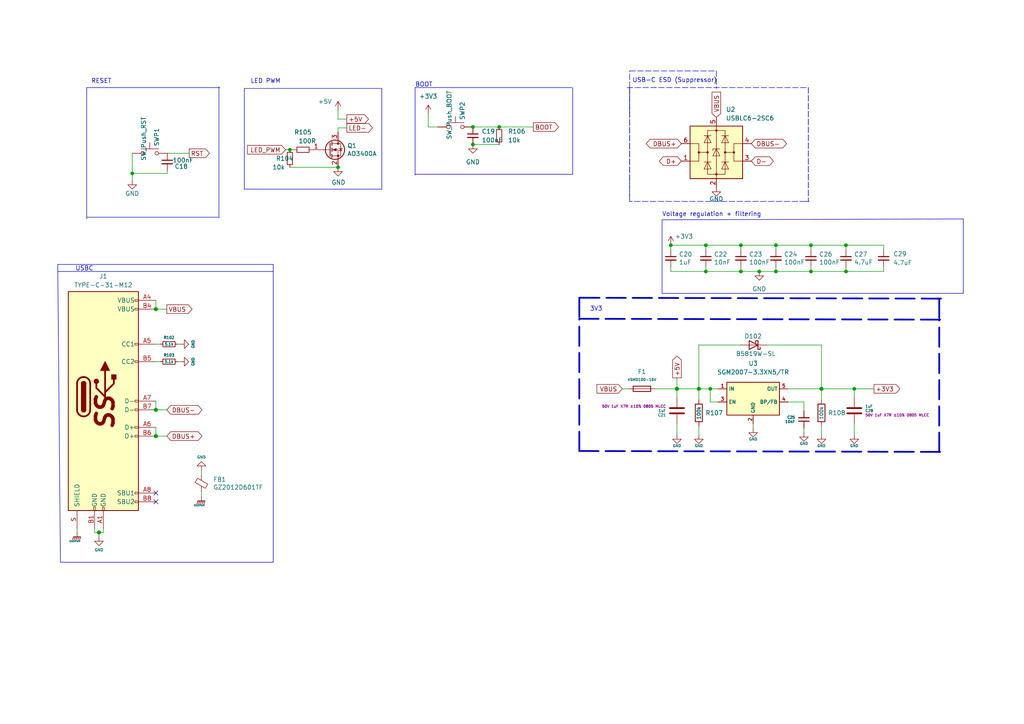
<source format=kicad_sch>
(kicad_sch (version 20211123) (generator eeschema)
  (paper "A4")
  (lib_symbols
    (symbol "Device:C" (pin_numbers hide) (pin_names (offset 0.254))
      (property "Reference" "C" (at 0.635 2.54 0))
      (property "Value" "C" (at 0.635 -2.54 0))
      (symbol "C_0_1"
        (polyline (pts (xy -2.032 -0.762) (xy 2.032 -0.762)) (stroke (width 0.508)))
        (polyline (pts (xy -2.032 0.762) (xy 2.032 0.762)) (stroke (width 0.508)))
      )
      (symbol "C_1_1"
        (pin passive line (at 0 3.81 270) (length 2.794) (name "~") (number "1"))
        (pin passive line (at 0 -3.81 90) (length 2.794) (name "~") (number "2"))
      )
    )
    (symbol "Device:C_Small" (pin_numbers hide) (pin_names (offset 0.254) hide)
      (property "Reference" "C" (at 0.254 1.778 0))
      (property "Value" "C_Small" (at 0.254 -2.032 0))
      (symbol "C_Small_0_1"
        (polyline (pts (xy -1.524 -0.508) (xy 1.524 -0.508)) (stroke (width 0.3302)))
        (polyline (pts (xy -1.524 0.508) (xy 1.524 0.508)) (stroke (width 0.3048)))
      )
      (symbol "C_Small_1_1"
        (pin passive line (at 0 2.54 270) (length 2.032) (name "~") (number "1"))
        (pin passive line (at 0 -2.54 90) (length 2.032) (name "~") (number "2"))
      )
    )
    (symbol "Device:D_Schottky" (pin_numbers hide) (pin_names hide)
      (property "Reference" "D" (at 0 2.54 0))
      (property "Value" "D_Schottky" (at 0 -2.54 0))
      (symbol "D_Schottky_0_1"
        (polyline (pts (xy 1.27 0) (xy -1.27 0)))
        (polyline (pts (xy 1.27 1.27) (xy 1.27 -1.27) (xy -1.27 0) (xy 1.27 1.27)) (stroke (width 0.254)))
        (polyline (pts (xy -1.905 0.635) (xy -1.905 1.27) (xy -1.27 1.27) (xy -1.27 -1.27) (xy -0.635 -1.27) (xy -0.635 -0.635)) (stroke (width 0.254)))
      )
      (symbol "D_Schottky_1_1"
        (pin passive line (at -3.81 0 0) (length 2.54) (name "K") (number "1"))
        (pin passive line (at 3.81 0 180) (length 2.54) (name "A") (number "2"))
      )
    )
    (symbol "Device:Ferrite_Bead_Small" (pin_numbers hide) (pin_names (offset 0))
      (property "Reference" "FB" (at 1.905 1.27 0))
      (property "Value" "Ferrite_Bead_Small" (at 1.905 -1.27 0))
      (symbol "Ferrite_Bead_Small_0_1"
        (polyline (pts (xy 0 -1.27) (xy 0 -0.7874)))
        (polyline (pts (xy 0 0.889) (xy 0 1.2954)))
        (polyline (pts (xy -1.8288 0.2794) (xy -1.1176 1.4986) (xy 1.8288 -0.2032) (xy 1.1176 -1.4224) (xy -1.8288 0.2794)))
      )
      (symbol "Ferrite_Bead_Small_1_1"
        (pin passive line (at 0 2.54 270) (length 1.27) (name "~") (number "1"))
        (pin passive line (at 0 -2.54 90) (length 1.27) (name "~") (number "2"))
      )
    )
    (symbol "Device:Fuse" (pin_numbers hide) (pin_names (offset 0))
      (property "Reference" "F" (at 2.032 0 90))
      (property "Value" "Fuse" (at -1.905 0 90))
      (symbol "Fuse_0_1"
        (rectangle (start -0.762 -2.54) (end 0.762 2.54) (stroke (width 0.254)))
        (polyline (pts (xy 0 2.54) (xy 0 -2.54)))
      )
      (symbol "Fuse_1_1"
        (pin passive line (at 0 3.81 270) (length 1.27) (name "~") (number "1"))
        (pin passive line (at 0 -3.81 90) (length 1.27) (name "~") (number "2"))
      )
    )
    (symbol "Device:Q_NMOS_GSD" (pin_names (offset 0) hide)
      (property "Reference" "Q" (at 5.08 1.27 0))
      (property "Value" "Q_NMOS_GSD" (at 5.08 -1.27 0))
      (symbol "Q_NMOS_GSD_0_1"
        (polyline (pts (xy 0.254 0) (xy -2.54 0)))
        (polyline (pts (xy 0.254 1.905) (xy 0.254 -1.905)) (stroke (width 0.254)))
        (polyline (pts (xy 0.762 -1.27) (xy 0.762 -2.286)) (stroke (width 0.254)))
        (polyline (pts (xy 0.762 0.508) (xy 0.762 -0.508)) (stroke (width 0.254)))
        (polyline (pts (xy 0.762 2.286) (xy 0.762 1.27)) (stroke (width 0.254)))
        (polyline (pts (xy 2.54 2.54) (xy 2.54 1.778)))
        (polyline (pts (xy 2.54 -2.54) (xy 2.54 0) (xy 0.762 0)))
        (polyline (pts (xy 0.762 -1.778) (xy 3.302 -1.778) (xy 3.302 1.778) (xy 0.762 1.778)))
        (polyline (pts (xy 1.016 0) (xy 2.032 0.381) (xy 2.032 -0.381) (xy 1.016 0)) (fill (type outline)))
        (polyline (pts (xy 2.794 0.508) (xy 2.921 0.381) (xy 3.683 0.381) (xy 3.81 0.254)))
        (polyline (pts (xy 3.302 0.381) (xy 2.921 -0.254) (xy 3.683 -0.254) (xy 3.302 0.381)))
        (circle (center 1.651 0) (radius 2.794) (stroke (width 0.254)))
        (circle (center 2.54 -1.778) (radius 0.254) (fill (type outline)))
        (circle (center 2.54 1.778) (radius 0.254) (fill (type outline)))
      )
      (symbol "Q_NMOS_GSD_1_1"
        (pin input line (at -5.08 0 0) (length 2.54) (name "G") (number "1"))
        (pin passive line (at 2.54 -5.08 90) (length 2.54) (name "S") (number "2"))
        (pin passive line (at 2.54 5.08 270) (length 2.54) (name "D") (number "3"))
      )
    )
    (symbol "Device:R" (pin_numbers hide) (pin_names (offset 0))
      (property "Reference" "R" (at 2.032 0 90))
      (property "Value" "R" (at 0 0 90))
      (symbol "R_0_1"
        (rectangle (start -1.016 -2.54) (end 1.016 2.54) (stroke (width 0.254)))
      )
      (symbol "R_1_1"
        (pin passive line (at 0 3.81 270) (length 1.27) (name "~") (number "1"))
        (pin passive line (at 0 -3.81 90) (length 1.27) (name "~") (number "2"))
      )
    )
    (symbol "Device:R_Small" (pin_numbers hide) (pin_names (offset 0.254) hide)
      (property "Reference" "R" (at 0.762 0.508 0))
      (property "Value" "R_Small" (at 0.762 -1.016 0))
      (symbol "R_Small_0_1"
        (rectangle (start -0.762 1.778) (end 0.762 -1.778) (stroke (width 0.2032)))
      )
      (symbol "R_Small_1_1"
        (pin passive line (at 0 2.54 270) (length 0.762) (name "~") (number "1"))
        (pin passive line (at 0 -2.54 90) (length 0.762) (name "~") (number "2"))
      )
    )
    (symbol "Power_Protection:USBLC6-2SC6" (pin_names hide)
      (property "Reference" "U" (at 2.54 8.89 0))
      (property "Value" "USBLC6-2SC6" (at 2.54 -8.89 0))
      (symbol "USBLC6-2SC6_0_1"
        (rectangle (start -7.62 -7.62) (end 7.62 7.62) (stroke (width 0.254)) (fill (type background)))
        (circle (center -5.08 0) (radius 0.254) (fill (type outline)))
        (circle (center -2.54 0) (radius 0.254) (fill (type outline)))
        (rectangle (start -2.54 6.35) (end 2.54 -6.35))
        (circle (center 0 -6.35) (radius 0.254) (fill (type outline)))
        (polyline (pts (xy -5.08 -2.54) (xy -7.62 -2.54)))
        (polyline (pts (xy -5.08 0) (xy -5.08 -2.54)))
        (polyline (pts (xy -5.08 2.54) (xy -7.62 2.54)))
        (polyline (pts (xy -1.524 -2.794) (xy -3.556 -2.794)))
        (polyline (pts (xy -1.524 4.826) (xy -3.556 4.826)))
        (polyline (pts (xy 0 -7.62) (xy 0 -6.35)))
        (polyline (pts (xy 0 -6.35) (xy 0 1.27)))
        (polyline (pts (xy 0 1.27) (xy 0 6.35)))
        (polyline (pts (xy 0 6.35) (xy 0 7.62)))
        (polyline (pts (xy 1.524 -2.794) (xy 3.556 -2.794)))
        (polyline (pts (xy 1.524 4.826) (xy 3.556 4.826)))
        (polyline (pts (xy 5.08 -2.54) (xy 7.62 -2.54)))
        (polyline (pts (xy 5.08 0) (xy 5.08 -2.54)))
        (polyline (pts (xy 5.08 2.54) (xy 7.62 2.54)))
        (polyline (pts (xy -2.54 0) (xy -5.08 0) (xy -5.08 2.54)))
        (polyline (pts (xy 2.54 0) (xy 5.08 0) (xy 5.08 2.54)))
        (polyline (pts (xy -3.556 -4.826) (xy -1.524 -4.826) (xy -2.54 -2.794) (xy -3.556 -4.826)))
        (polyline (pts (xy -3.556 2.794) (xy -1.524 2.794) (xy -2.54 4.826) (xy -3.556 2.794)))
        (polyline (pts (xy -1.016 -1.016) (xy 1.016 -1.016) (xy 0 1.016) (xy -1.016 -1.016)))
        (polyline (pts (xy 1.016 1.016) (xy 0.762 1.016) (xy -1.016 1.016) (xy -1.016 0.508)))
        (polyline (pts (xy 3.556 -4.826) (xy 1.524 -4.826) (xy 2.54 -2.794) (xy 3.556 -4.826)))
        (polyline (pts (xy 3.556 2.794) (xy 1.524 2.794) (xy 2.54 4.826) (xy 3.556 2.794)))
        (circle (center 0 6.35) (radius 0.254) (fill (type outline)))
        (circle (center 2.54 0) (radius 0.254) (fill (type outline)))
        (circle (center 5.08 0) (radius 0.254) (fill (type outline)))
      )
      (symbol "USBLC6-2SC6_1_1"
        (pin passive line (at -10.16 -2.54 0) (length 2.54) (name "I/O1") (number "1"))
        (pin passive line (at 0 -10.16 90) (length 2.54) (name "GND") (number "2"))
        (pin passive line (at 10.16 -2.54 180) (length 2.54) (name "I/O2") (number "3"))
        (pin passive line (at 10.16 2.54 180) (length 2.54) (name "I/O2") (number "4"))
        (pin passive line (at 0 10.16 270) (length 2.54) (name "VBUS") (number "5"))
        (pin passive line (at -10.16 2.54 0) (length 2.54) (name "I/O1") (number "6"))
      )
    )
    (symbol "Switch:SW_Push" (pin_numbers hide) (pin_names (offset 1.016) hide)
      (property "Reference" "SW" (at 1.27 2.54 0))
      (property "Value" "SW_Push" (at 0 -1.524 0))
      (symbol "SW_Push_0_1"
        (circle (center -2.032 0) (radius 0.508))
        (polyline (pts (xy 0 1.27) (xy 0 3.048)))
        (polyline (pts (xy 2.54 1.27) (xy -2.54 1.27)))
        (circle (center 2.032 0) (radius 0.508))
        (pin passive line (at -5.08 0 0) (length 2.54) (name "1") (number "1"))
        (pin passive line (at 5.08 0 180) (length 2.54) (name "2") (number "2"))
      )
    )
    (symbol "acheronSymbols:USB_C_16_pin" (pin_names (offset 1.016))
      (property "Reference" "J" (at -1.27 35.56 0))
      (property "Value" "USB_C_16_pin" (at 10.16 33.02 0))
      (symbol "USB_C_16_pin_0_0"
        (rectangle (start -0.254 -31.75) (end 0.254 -30.734))
        (rectangle (start 10.16 -28.956) (end 9.144 -29.464))
        (rectangle (start 10.16 -26.416) (end 9.144 -26.924))
        (rectangle (start 10.16 -9.906) (end 9.144 -10.414))
        (rectangle (start 10.16 -7.366) (end 9.144 -7.874))
        (rectangle (start 10.16 -2.286) (end 9.144 -2.794))
        (rectangle (start 10.16 0.254) (end 9.144 -0.254))
        (rectangle (start 10.16 11.684) (end 9.144 11.176))
        (rectangle (start 10.16 16.764) (end 9.144 16.256))
        (rectangle (start 10.16 29.464) (end 9.144 28.956))
        (text "SS" (at 0.508 -3.175 900) (effects (font (size 5.08 5.08) bold italic)))
      )
      (symbol "USB_C_16_pin_0_1"
        (rectangle (start -10.16 31.75) (end 10.16 -31.75) (stroke (width 0.254)) (fill (type background)))
        (arc (start -7.62 -2.54) (mid -5.715 -4.445) (end -3.81 -2.54) (stroke (width 0.508)))
        (arc (start -6.35 -2.54) (mid -5.715 -3.175) (end -5.08 -2.54) (stroke (width 0.254)))
        (arc (start -6.35 -2.54) (mid -5.715 -3.175) (end -5.08 -2.54) (stroke (width 0.254)) (fill (type outline)))
        (rectangle (start -6.35 -2.54) (end -5.08 5.08) (stroke (width 0.254)) (fill (type outline)))
        (arc (start -5.08 5.08) (mid -5.715 5.715) (end -6.35 5.08) (stroke (width 0.254)))
        (arc (start -5.08 5.08) (mid -5.715 5.715) (end -6.35 5.08) (stroke (width 0.254)) (fill (type outline)))
        (arc (start -3.81 5.08) (mid -5.715 6.985) (end -7.62 5.08) (stroke (width 0.508)))
        (circle (center -2.032 5.715) (radius 0.635) (stroke (width 0.254)) (fill (type outline)))
        (polyline (pts (xy -7.62 -2.54) (xy -7.62 5.08)) (stroke (width 0.508)))
        (polyline (pts (xy -3.81 5.08) (xy -3.81 -2.54)) (stroke (width 0.508)))
        (polyline (pts (xy 0.508 0) (xy 0.508 8.89)) (stroke (width 0.508)))
        (polyline (pts (xy 0.508 1.27) (xy -2.032 3.81) (xy -2.032 5.08)) (stroke (width 0.508)))
        (polyline (pts (xy 0.508 2.54) (xy 3.048 5.08) (xy 3.048 6.35)) (stroke (width 0.508)))
        (polyline (pts (xy -0.762 8.89) (xy 0.508 11.43) (xy 1.778 8.89) (xy -0.762 8.89)) (stroke (width 0.254)) (fill (type outline)))
        (rectangle (start 2.413 6.35) (end 3.683 7.62) (stroke (width 0.254)) (fill (type outline)))
      )
      (symbol "USB_C_16_pin_1_1"
        (rectangle (start -2.794 -31.75) (end -2.286 -30.734))
        (rectangle (start 10.16 26.924) (end 9.144 26.416))
        (pin power_out line (at 0 -36.83 90) (length 5.08) (name "GND") (number "A1"))
        (pin power_out line (at 15.24 29.21 180) (length 5.08) (name "VBUS") (number "A4"))
        (pin bidirectional line (at 15.24 16.51 180) (length 5.08) (name "CC1") (number "A5"))
        (pin bidirectional line (at 15.24 -7.62 180) (length 5.08) (name "D+") (number "A6"))
        (pin bidirectional line (at 15.24 0 180) (length 5.08) (name "D-") (number "A7"))
        (pin bidirectional line (at 15.24 -26.67 180) (length 5.08) (name "SBU1") (number "A8"))
        (pin power_out line (at -2.54 -36.83 90) (length 5.08) (name "GND") (number "B1"))
        (pin power_out line (at 15.24 26.67 180) (length 5.08) (name "VBUS") (number "B4"))
        (pin bidirectional line (at 15.24 11.43 180) (length 5.08) (name "CC2") (number "B5"))
        (pin bidirectional line (at 15.24 -10.16 180) (length 5.08) (name "D+") (number "B6"))
        (pin bidirectional line (at 15.24 -2.54 180) (length 5.08) (name "D-") (number "B7"))
        (pin bidirectional line (at 15.24 -29.21 180) (length 5.08) (name "SBU2") (number "B8"))
        (pin passive line (at -7.62 -36.83 90) (length 5.08) (name "SHIELD") (number "S"))
      )
    )
    (symbol "acheron_Symbols:SGM2036"
      (property "Reference" "U" (at 0 6.35 0))
      (property "Value" "SGM2036" (at 0 8.89 0))
      (symbol "SGM2036_0_1"
        (rectangle (start -7.62 4.445) (end 7.62 -5.08) (stroke (width 0.254)) (fill (type background)))
      )
      (symbol "SGM2036_1_1"
        (pin power_in line (at -10.16 2.54 0) (length 2.54) (name "IN") (number "1"))
        (pin power_in line (at 0 -7.62 90) (length 2.54) (name "GND") (number "2"))
        (pin input line (at -10.16 -1.27 0) (length 2.54) (name "EN") (number "3"))
        (pin passive line (at 10.16 -1.27 180) (length 2.54) (name "BP/FB") (number "4"))
        (pin power_out line (at 10.16 2.54 180) (length 2.54) (name "OUT") (number "5"))
      )
    )
    (symbol "power:+3.3V" (power) (pin_names (offset 0))
      (property "Value" "+3.3V" (at 0 3.556 0))
      (symbol "+3.3V_0_1"
        (polyline (pts (xy -0.762 1.27) (xy 0 2.54)))
        (polyline (pts (xy 0 0) (xy 0 2.54)))
        (polyline (pts (xy 0 2.54) (xy 0.762 1.27)))
      )
      (symbol "+3.3V_1_1"
        (pin power_in line (at 0 0 90) (length 0) hide (name "+3V3") (number "1"))
      )
    )
    (symbol "power:+5V" (power) (pin_names (offset 0))
      (property "Value" "+5V" (at 0 3.556 0))
      (symbol "+5V_0_1"
        (polyline (pts (xy -0.762 1.27) (xy 0 2.54)))
        (polyline (pts (xy 0 0) (xy 0 2.54)))
        (polyline (pts (xy 0 2.54) (xy 0.762 1.27)))
      )
      (symbol "+5V_1_1"
        (pin power_in line (at 0 0 90) (length 0) hide (name "+5V") (number "1"))
      )
    )
    (symbol "power:GND" (power) (pin_names (offset 0))
      (property "Value" "GND" (at 0 -3.81 0))
      (symbol "GND_0_1"
        (polyline (pts (xy 0 0) (xy 0 -1.27) (xy 1.27 -1.27) (xy 0 -2.54) (xy -1.27 -1.27) (xy 0 -1.27)))
      )
      (symbol "GND_1_1"
        (pin power_in line (at 0 0 270) (length 0) hide (name "GND") (number "1"))
      )
    )
    (symbol "power:GNDPWR" (power) (pin_names (offset 0))
      (property "Value" "GNDPWR" (at 0 -3.302 0))
      (symbol "GNDPWR_0_1"
        (polyline (pts (xy 0 -1.27) (xy 0 0)))
        (polyline (pts (xy -1.016 -1.27) (xy -1.27 -2.032) (xy -1.27 -2.032)) (stroke (width 0.2032)))
        (polyline (pts (xy -0.508 -1.27) (xy -0.762 -2.032) (xy -0.762 -2.032)) (stroke (width 0.2032)))
        (polyline (pts (xy 0 -1.27) (xy -0.254 -2.032) (xy -0.254 -2.032)) (stroke (width 0.2032)))
        (polyline (pts (xy 0.508 -1.27) (xy 0.254 -2.032) (xy 0.254 -2.032)) (stroke (width 0.2032)))
        (polyline (pts (xy 1.016 -1.27) (xy -1.016 -1.27) (xy -1.016 -1.27)) (stroke (width 0.2032)))
        (polyline (pts (xy 1.016 -1.27) (xy 0.762 -2.032) (xy 0.762 -2.032) (xy 0.762 -2.032)) (stroke (width 0.2032)))
      )
      (symbol "GNDPWR_1_1"
        (pin power_in line (at 0 0 270) (length 0) hide (name "GNDPWR") (number "1"))
      )
    )
  )
  (junction (at 235.204 78.74))
  (junction (at 204.724 71.12))
  (junction (at 137.16 41.91))
  (junction (at 235.204 71.12))
  (junction (at 214.884 71.12))
  (junction (at 196.342 112.776) (diameter 1.016))
  (junction (at 220.218 78.74))
  (junction (at 245.364 71.12))
  (junction (at 202.692 112.776) (diameter 1.016))
  (junction (at 45.212 126.492) (diameter 1.016))
  (junction (at 84.074 43.434))
  (junction (at 28.702 154.432) (diameter 1.016))
  (junction (at 137.16 36.83))
  (junction (at 238.252 112.776) (diameter 1.016))
  (junction (at 98.044 48.514))
  (junction (at 247.777 112.776))
  (junction (at 194.564 71.12))
  (junction (at 225.044 78.74))
  (junction (at 225.044 71.12))
  (junction (at 45.212 89.662) (diameter 1.016))
  (junction (at 38.354 50.292))
  (junction (at 245.364 78.74))
  (junction (at 204.724 78.74))
  (junction (at 45.212 118.872) (diameter 1.016))
  (junction (at 144.78 36.83))
  (junction (at 214.884 78.74))
  (junction (at 205.994 112.776))
  (no_connect (at 45.212 145.542))
  (no_connect (at 45.212 143.002))
  (wire (pts (xy 202.692 112.776) (xy 196.342 112.776)))
  (polyline (pts (xy 17.526 163.068) (xy 16.764 78.74)) (stroke (width 0) (type solid)))
  (wire (pts (xy 205.994 112.776) (xy 205.994 116.586)))
  (wire (pts (xy 38.354 50.292) (xy 48.514 50.292)))
  (wire (pts (xy 137.16 36.83) (xy 144.78 36.83)))
  (polyline (pts (xy 168.021 130.81) (xy 272.923 131.064)) (stroke (width 0.508) (type dash)))
  (wire (pts (xy 58.42 136.398) (xy 58.42 137.668)))
  (polyline (pts (xy 192.024 85.09) (xy 279.4 85.09)) (stroke (width 0) (type solid)))
  (wire (pts (xy 204.724 78.74) (xy 214.884 78.74)))
  (wire (pts (xy 235.204 71.12) (xy 245.364 71.12)))
  (polyline (pts (xy 181.864 25.4) (xy 234.442 25.4)))
  (polyline (pts (xy 166.116 50.546) (xy 166.116 50.546)))
  (wire (pts (xy 233.172 116.586) (xy 233.172 119.126)))
  (wire (pts (xy 98.044 37.084) (xy 100.584 37.084)))
  (wire (pts (xy 204.724 72.39) (xy 204.724 71.12)))
  (wire (pts (xy 204.724 78.74) (xy 204.724 77.47)))
  (wire (pts (xy 247.777 112.776) (xy 253.492 112.776)))
  (wire (pts (xy 225.044 78.74) (xy 235.204 78.74)))
  (wire (pts (xy 218.44 122.936) (xy 218.44 124.206)))
  (wire (pts (xy 22.352 153.162) (xy 22.352 154.432)))
  (polyline (pts (xy 79.248 78.74) (xy 16.764 78.74)) (stroke (width 0) (type solid)))
  (polyline (pts (xy 168.021 92.456) (xy 272.923 92.71)) (stroke (width 0.508) (type dash)))
  (polyline (pts (xy 233.68 58.42) (xy 182.626 58.42)))
  (polyline (pts (xy 110.744 54.864) (xy 70.866 54.864)) (stroke (width 0) (type solid)))
  (polyline (pts (xy 120.396 25.4) (xy 120.396 50.8)) (stroke (width 0) (type solid)))
  (polyline (pts (xy 168.021 130.81) (xy 168.021 92.456)) (stroke (width 0.508) (type dash)))
  (wire (pts (xy 228.6 116.586) (xy 233.172 116.586)))
  (polyline (pts (xy 272.415 131.064) (xy 272.415 92.71)) (stroke (width 0.508) (type dash)))
  (wire (pts (xy 202.692 126.111) (xy 202.692 123.571)))
  (polyline (pts (xy 25.146 25.4) (xy 25.146 63.5)) (stroke (width 0) (type solid)))
  (wire (pts (xy 214.884 78.74) (xy 220.218 78.74)))
  (wire (pts (xy 202.692 115.951) (xy 202.692 112.776)))
  (polyline (pts (xy 234.442 25.4) (xy 234.442 58.42)))
  (wire (pts (xy 51.562 99.822) (xy 52.197 99.822)))
  (wire (pts (xy 238.252 100.076) (xy 238.252 112.776)))
  (wire (pts (xy 84.074 48.514) (xy 98.044 48.514)))
  (polyline (pts (xy 207.772 20.574) (xy 207.772 25.654)))
  (polyline (pts (xy 79.248 163.068) (xy 79.248 76.708)) (stroke (width 0) (type solid)))
  (wire (pts (xy 45.212 123.952) (xy 45.212 126.492)))
  (polyline (pts (xy 25.146 62.992) (xy 63.246 62.992)) (stroke (width 0) (type solid)))
  (wire (pts (xy 225.044 72.39) (xy 225.044 71.12)))
  (wire (pts (xy 245.364 78.74) (xy 245.364 77.47)))
  (wire (pts (xy 194.564 78.74) (xy 204.724 78.74)))
  (wire (pts (xy 214.884 78.74) (xy 214.884 77.47)))
  (wire (pts (xy 98.044 32.004) (xy 98.044 34.544)))
  (wire (pts (xy 98.044 37.084) (xy 98.044 38.354)))
  (wire (pts (xy 228.6 112.776) (xy 238.252 112.776)))
  (polyline (pts (xy 70.866 25.654) (xy 110.744 25.654)) (stroke (width 0) (type solid)))
  (wire (pts (xy 124.206 36.83) (xy 127 36.83)))
  (wire (pts (xy 29.972 154.432) (xy 29.972 153.162)))
  (polyline (pts (xy 182.626 25.4) (xy 182.626 51.562)))
  (wire (pts (xy 256.286 78.74) (xy 245.364 78.74)))
  (polyline (pts (xy 79.248 163.068) (xy 17.526 163.068)) (stroke (width 0) (type solid)))
  (wire (pts (xy 202.692 100.076) (xy 202.692 112.776)))
  (polyline (pts (xy 233.68 58.42) (xy 234.696 58.42)))
  (wire (pts (xy 256.286 72.39) (xy 256.286 71.12)))
  (wire (pts (xy 235.204 78.74) (xy 245.364 78.74)))
  (wire (pts (xy 205.994 112.776) (xy 208.28 112.776)))
  (polyline (pts (xy 16.764 76.708) (xy 16.764 78.74)) (stroke (width 0) (type solid)))
  (wire (pts (xy 202.692 112.776) (xy 205.994 112.776)))
  (polyline (pts (xy 182.626 51.562) (xy 182.626 58.42)))
  (wire (pts (xy 235.204 72.39) (xy 235.204 71.12)))
  (wire (pts (xy 28.702 154.432) (xy 29.972 154.432)))
  (wire (pts (xy 144.78 36.83) (xy 154.686 36.83)))
  (wire (pts (xy 194.564 77.47) (xy 194.564 78.74)))
  (polyline (pts (xy 182.626 32.766) (xy 182.626 25.4)))
  (wire (pts (xy 45.212 87.122) (xy 45.212 89.662)))
  (wire (pts (xy 84.074 43.434) (xy 85.344 43.434)))
  (polyline (pts (xy 182.626 20.574) (xy 207.772 20.574)))
  (wire (pts (xy 28.702 154.432) (xy 28.702 155.702)))
  (polyline (pts (xy 70.866 25.654) (xy 70.866 54.864)) (stroke (width 0) (type solid)))
  (polyline (pts (xy 165.862 25.4) (xy 120.396 25.4)) (stroke (width 0) (type solid)))
  (polyline (pts (xy 168.275 86.36) (xy 273.177 86.614)) (stroke (width 0.508) (type dash)))
  (polyline (pts (xy 192.024 63.754) (xy 279.4 63.5)) (stroke (width 0) (type solid)))
  (wire (pts (xy 225.044 71.12) (xy 235.204 71.12)))
  (wire (pts (xy 189.992 112.776) (xy 196.342 112.776)))
  (wire (pts (xy 48.514 50.292) (xy 48.514 49.53)))
  (polyline (pts (xy 166.116 25.4) (xy 166.116 50.546)) (stroke (width 0) (type solid)))
  (polyline (pts (xy 234.442 25.4) (xy 234.442 58.42)))
  (wire (pts (xy 247.777 112.776) (xy 247.777 115.316)))
  (polyline (pts (xy 79.248 76.708) (xy 16.764 76.708)) (stroke (width 0) (type solid)))
  (wire (pts (xy 82.804 43.434) (xy 84.074 43.434)))
  (wire (pts (xy 256.286 71.12) (xy 245.364 71.12)))
  (wire (pts (xy 238.252 112.776) (xy 247.777 112.776)))
  (wire (pts (xy 238.252 126.111) (xy 238.252 123.571)))
  (wire (pts (xy 45.212 99.822) (xy 46.482 99.822)))
  (wire (pts (xy 98.044 34.544) (xy 100.584 34.544)))
  (polyline (pts (xy 279.4 63.5) (xy 279.4 85.09)) (stroke (width 0) (type solid)))
  (polyline (pts (xy 192.024 85.09) (xy 192.024 63.754)) (stroke (width 0) (type solid)))
  (wire (pts (xy 233.172 124.206) (xy 233.172 125.476)))
  (polyline (pts (xy 272.415 86.614) (xy 272.415 93.218)) (stroke (width 0.508) (type dash)))
  (wire (pts (xy 48.387 89.662) (xy 45.212 89.662)))
  (wire (pts (xy 38.354 50.292) (xy 38.354 52.324)))
  (polyline (pts (xy 182.626 25.654) (xy 182.626 58.42)))
  (polyline (pts (xy 110.744 54.864) (xy 110.744 25.654)) (stroke (width 0) (type solid)))
  (wire (pts (xy 124.206 33.02) (xy 124.206 36.83)))
  (wire (pts (xy 214.884 71.12) (xy 225.044 71.12)))
  (wire (pts (xy 256.286 77.47) (xy 256.286 78.74)))
  (wire (pts (xy 214.884 72.39) (xy 214.884 71.12)))
  (polyline (pts (xy 63.754 25.4) (xy 25.146 25.4)) (stroke (width 0) (type solid)))
  (wire (pts (xy 54.864 44.45) (xy 48.514 44.45)))
  (wire (pts (xy 45.212 118.872) (xy 48.387 118.872)))
  (polyline (pts (xy 168.021 86.36) (xy 168.021 92.964)) (stroke (width 0.508) (type dash)))
  (wire (pts (xy 196.342 112.776) (xy 196.342 115.316)))
  (wire (pts (xy 38.354 44.45) (xy 38.354 50.292)))
  (wire (pts (xy 214.757 100.076) (xy 202.692 100.076)))
  (wire (pts (xy 51.562 104.902) (xy 52.197 104.902)))
  (wire (pts (xy 137.16 41.91) (xy 144.78 41.91)))
  (wire (pts (xy 204.724 71.12) (xy 214.884 71.12)))
  (wire (pts (xy 247.777 122.936) (xy 247.777 126.111)))
  (wire (pts (xy 196.342 109.601) (xy 196.342 112.776)))
  (wire (pts (xy 180.467 112.776) (xy 182.372 112.776)))
  (wire (pts (xy 27.432 154.432) (xy 28.702 154.432)))
  (wire (pts (xy 58.42 142.748) (xy 58.42 144.018)))
  (wire (pts (xy 220.218 78.74) (xy 225.044 78.74)))
  (wire (pts (xy 235.204 78.74) (xy 235.204 77.47)))
  (polyline (pts (xy 182.626 25.4) (xy 182.626 20.574)))
  (wire (pts (xy 245.364 72.39) (xy 245.364 71.12)))
  (wire (pts (xy 45.212 104.902) (xy 46.482 104.902)))
  (wire (pts (xy 45.212 116.332) (xy 45.212 118.872)))
  (wire (pts (xy 208.28 116.586) (xy 205.994 116.586)))
  (wire (pts (xy 238.252 112.776) (xy 238.252 115.951)))
  (polyline (pts (xy 63.5 25.146) (xy 63.5 63.246)) (stroke (width 0) (type solid)))
  (wire (pts (xy 222.377 100.076) (xy 238.252 100.076)))
  (wire (pts (xy 27.432 153.162) (xy 27.432 154.432)))
  (polyline (pts (xy 166.116 50.546) (xy 120.396 50.546)) (stroke (width 0) (type solid)))
  (wire (pts (xy 194.564 71.12) (xy 204.724 71.12)))
  (wire (pts (xy 194.564 72.39) (xy 194.564 71.12)))
  (wire (pts (xy 225.044 78.74) (xy 225.044 77.47)))
  (wire (pts (xy 196.342 122.936) (xy 196.342 126.111)))
  (wire (pts (xy 45.212 126.492) (xy 48.387 126.492)))
  (text "Voltage regulation + filtering" (at 192.024 62.992 0) (effects (font (size 1.27 1.27)) (justify left bottom)))
  (text "BOOT\n" (at 120.396 25.4 0) (effects (font (size 1.27 1.27)) (justify left bottom)))
  (text "LED PWM" (at 72.644 24.384 0) (effects (font (size 1.27 1.27)) (justify left bottom)))
  (text "USBC\n" (at 21.844 78.74 0) (effects (font (size 1.27 1.27)) (justify left bottom)))
  (text "RESET" (at 26.416 24.384 0) (effects (font (size 1.27 1.27)) (justify left bottom)))
  (text "3V3\n" (at 171.069 90.424 0) (effects (font (size 1.27 1.27)) (justify left bottom)))
  (text "USB-C ESD (Suppressor)\n\n" (at 183.388 26.162 0) (effects (font (size 1.27 1.27)) (justify left bottom)))
  (global_label "DBUS+" (shape bidirectional) (at 48.387 126.492 0) (property "Intersheet References" "${INTERSHEET_REFS}" (effects hide)))
  (global_label "VBUS" (shape input) (at 180.467 112.776 180) (property "Intersheet References" "${INTERSHEET_REFS}" (effects hide)))
  (global_label "+3V3" (shape output) (at 253.492 112.776 0) (property "Intersheet References" "${INTERSHEET_REFS}" (effects hide)))
  (global_label "+5V" (shape output) (at 100.584 34.544 0) (property "Intersheet References" "${INTERSHEET_REFS}" (effects hide)))
  (global_label "BOOT" (shape output) (at 154.686 36.83 0) (property "Intersheet References" "${INTERSHEET_REFS}" (effects hide)))
  (global_label "DBUS-" (shape bidirectional) (at 217.932 41.656 0) (property "Intersheet References" "${INTERSHEET_REFS}" (effects hide)))
  (global_label "D-" (shape bidirectional) (at 217.932 46.736 0) (property "Intersheet References" "${INTERSHEET_REFS}" (effects hide)))
  (global_label "DBUS-" (shape bidirectional) (at 48.387 118.872 0) (property "Intersheet References" "${INTERSHEET_REFS}" (effects hide)))
  (global_label "LED-" (shape output) (at 100.584 37.084 0) (property "Intersheet References" "${INTERSHEET_REFS}" (effects hide)))
  (global_label "VBUS" (shape output) (at 48.387 89.662 0) (property "Intersheet References" "${INTERSHEET_REFS}" (effects hide)))
  (global_label "+5V" (shape output) (at 196.342 109.601 90) (property "Intersheet References" "${INTERSHEET_REFS}" (effects hide)))
  (global_label "LED_PWM" (shape input) (at 82.804 43.434 180) (property "Intersheet References" "${INTERSHEET_REFS}" (effects hide)))
  (global_label "D+" (shape bidirectional) (at 197.612 46.736 180) (property "Intersheet References" "${INTERSHEET_REFS}" (effects hide)))
  (global_label "VBUS" (shape input) (at 207.772 34.036 90) (property "Intersheet References" "${INTERSHEET_REFS}" (effects hide)))
  (global_label "DBUS+" (shape bidirectional) (at 197.612 41.656 180) (property "Intersheet References" "${INTERSHEET_REFS}" (effects hide)))
  (global_label "RST" (shape output) (at 54.864 44.45 0) (property "Intersheet References" "${INTERSHEET_REFS}" (effects hide)))
  (symbol (lib_id "Device:C_Small") (at 235.204 74.93 0) (unit 1)
    (property "Reference" "C26" (at 237.5408 73.7616 0) (effects (justify left)))
    (property "Value" "100nF" (at 237.5408 76.073 0) (effects (justify left)))
    (property "Footprint" "Capacitor_SMD:C_0402_1005Metric" (effects hide))
    (property "LCSC" "C1525" (effects hide))
    (property "LCSC Part" "C1525" (effects hide))
    (property "LCSC Part Number" "C1525" (effects hide))
    (property "JLCPCB BOM" "1" (effects hide))
  )
  (symbol (lib_id "Device:R_Small") (at 49.022 104.902 90) (mirror x) (unit 1)
    (property "Reference" "R103" (at 49.022 102.997 90) (effects (font (size 0.7874 0.7874))))
    (property "Value" "5.1k" (at 49.022 104.902 90) (effects (font (size 0.7874 0.7874))))
    (property "Footprint" "Resistor_SMD:R_0402_1005Metric" (effects hide))
    (property "Package" "R0402" (effects hide))
    (property "Manufacturer" "Uniroyal" (effects hide))
    (property "Manufacturer Part Number" "0402WGF5101TCE" (effects hide))
    (property "Specification" "±1% 1/16W Thick Film Resistors 50V 0805" (effects hide))
    (property "Vendor Part Number" "LCSC C25905" (effects hide))
    (property "LCSC" "C25905" (effects hide))
    (property "LCSC Part" "C25905" (effects hide))
    (property "LCSC Part Number" "C25905" (effects hide))
    (property "JLCPCB BOM" "1" (effects hide))
  )
  (symbol (lib_id "Device:C_Small") (at 256.286 74.93 0) (unit 1)
    (property "Reference" "C29" (at 259.08 73.6662 0) (effects (justify left)))
    (property "Value" "4.7uF" (at 259.08 76.2062 0) (effects (justify left)))
    (property "Footprint" "Capacitor_SMD:C_0402_1005Metric" (effects hide))
  )
  (symbol (lib_id "power:+3.3V") (at 194.564 71.12 0) (unit 1)
    (property "Reference" "#PWR047" (effects hide))
    (property "Value" "+3.3V" (at 198.374 68.58 0))
  )
  (symbol (lib_id "power:GNDPWR") (at 58.42 144.018 0) (unit 1)
    (property "Reference" "#PWR042" (effects hide))
    (property "Value" "GNDPWR" (at 57.785 146.558 0) (effects (font (size 0.508 0.508))))
  )
  (symbol (lib_id "Device:C") (at 196.342 119.126 0) (unit 1)
    (property "Reference" "C21" (at 193.167 120.396 0) (effects (font (size 0.762 0.762)) (justify right)))
    (property "Value" "1uF" (at 193.167 119.126 0) (effects (font (size 0.762 0.762)) (justify right)))
    (property "Footprint" "Capacitor_SMD:C_0805_2012Metric" (effects hide))
    (property "Package" "C0805" (effects hide))
    (property "Specification" "50V 1uF X7R ±10% 0805 MLCC" (at 193.167 117.856 0) (effects (font (size 0.762 0.762)) (justify right)))
    (property "Manufacturer" "Guangdong Fenghua Advanced Tech" (effects hide))
    (property "Manufacturer Part Number" "0805B105K500NT" (effects hide))
    (property "Vendor Part Number" "LCSC C215803" (effects hide))
    (property "LCSC" "C52923" (effects hide))
    (property "LCSC Part" "C215803" (effects hide))
    (property "LCSC Part Number" "C215803" (effects hide))
    (property "JLCPCB BOM" "1" (effects hide))
  )
  (symbol (lib_id "power:+3.3V") (at 124.206 33.02 0) (unit 1)
    (property "Reference" "#PWR045" (effects hide))
    (property "Value" "+3.3V" (at 124.206 27.94 0))
  )
  (symbol (lib_id "power:GND") (at 238.252 126.111 0) (unit 1)
    (property "Reference" "#PWR054" (effects hide))
    (property "Value" "GND" (at 238.252 129.286 0) (effects (font (size 0.762 0.762))))
  )
  (symbol (lib_id "power:GND") (at 28.702 155.702 0) (unit 1)
    (property "Reference" "#PWR037" (effects hide))
    (property "Value" "GND" (at 28.702 159.512 0) (effects (font (size 0.7874 0.7874))))
  )
  (symbol (lib_id "acheronSymbols:USB_C_16_pin") (at 29.972 116.332 0) (unit 1)
    (property "Reference" "J1" (at 29.972 80.137 0))
    (property "Value" "TYPE-C-31-M12" (at 29.972 82.677 0))
    (property "Footprint" "acheron_Connectors:TYPE-C-31-M-12" (effects hide))
    (property "Datasheet" "https://www.usb.org/sites/default/files/documents/usb_type-c.zip" (effects hide))
    (property "LCSC Part Number" "C165948" (effects hide))
    (property "Manufacturer" "Korean Hroparts" (effects hide))
    (property "Manufacturer Part Number" "TYPE-C-31-M-12" (effects hide))
    (property "Package" "8.94x7.3mm" (effects hide))
    (property "Vendor Part Number" "LCSC C165948" (effects hide))
    (property "Specification" "16-pin USB 2.0 type C connector" (effects hide))
    (property "LCSC" "C165948" (effects hide))
    (property "LCSC Part" "C165948" (effects hide))
    (property "JLCPCB BOM" "1" (effects hide))
  )
  (symbol (lib_id "Device:D_Schottky") (at 218.567 100.076 180) (unit 1)
    (property "Reference" "D102" (at 218.44 97.536 0))
    (property "Value" "B5819W-SL" (at 219.202 102.616 0))
    (property "Footprint" "acheron_Components:D_SOD-123" (effects hide))
    (property "Package" "SOD-123" (effects hide))
    (property "Manufacturer" "Changjiang Electronics Tech" (effects hide))
    (property "Manufacturer Part Number" "B5819W-SL" (effects hide))
    (property "Specification" "1A SOD-123 Schottky Barrier Diodes" (effects hide))
    (property "Vendor Part Number" "LCSC C8598" (effects hide))
    (property "LCSC" "C8598" (effects hide))
    (property "LCSC Part" "C8598" (effects hide))
    (property "LCSC Part Number" "C8598" (effects hide))
    (property "JLCPCB BOM" "1" (effects hide))
  )
  (symbol (lib_id "power:GND") (at 247.777 126.111 0) (unit 1)
    (property "Reference" "#PWR055" (effects hide))
    (property "Value" "GND" (at 247.777 129.286 0) (effects (font (size 0.762 0.762))))
  )
  (symbol (lib_id "power:GND") (at 220.218 78.74 0) (unit 1)
    (property "Reference" "#PWR052" (effects hide))
    (property "Value" "GND" (at 220.218 83.82 0))
  )
  (symbol (lib_id "power:GND") (at 98.044 48.514 0) (unit 1)
    (property "Reference" "#PWR044" (effects hide))
    (property "Value" "GND" (at 98.171 52.9082 0))
  )
  (symbol (lib_id "power:GND") (at 137.16 41.91 0) (unit 1)
    (property "Reference" "#PWR046" (effects hide))
    (property "Value" "GND" (at 137.16 46.99 0))
  )
  (symbol (lib_id "Device:C_Small") (at 245.364 74.93 0) (unit 1)
    (property "Reference" "C27" (at 247.7008 73.7616 0) (effects (justify left)))
    (property "Value" "4.7uF" (at 247.7008 76.073 0) (effects (justify left)))
    (property "Footprint" "Capacitor_SMD:C_0402_1005Metric" (effects hide))
    (property "LCSC" "C23733" (effects hide))
    (property "LCSC Part" "C23733" (effects hide))
    (property "LCSC Part Number" "C23733" (effects hide))
    (property "JLCPCB BOM" "1" (effects hide))
  )
  (symbol (lib_id "Device:R_Small") (at 87.884 43.434 90) (mirror x) (unit 1)
    (property "Reference" "R105" (at 90.424 38.354 90) (effects (justify left)))
    (property "Value" "100R" (at 91.694 40.894 90) (effects (justify left)))
    (property "Footprint" "Resistor_SMD:R_0402_1005Metric" (effects hide))
    (property "LCSC" "C25076" (effects hide))
    (property "LCSC Part" "C25076" (effects hide))
    (property "LCSC Part Number" "C25076" (effects hide))
    (property "JLCPCB BOM" "1" (effects hide))
  )
  (symbol (lib_id "Device:C_Small") (at 137.16 39.37 0) (unit 1)
    (property "Reference" "C19" (at 139.7 38.1062 0) (effects (justify left)))
    (property "Value" "100nF" (at 139.7 40.6462 0) (effects (justify left)))
    (property "Footprint" "Capacitor_SMD:C_0402_1005Metric" (effects hide))
    (property "LCSC" "C1525" (effects hide))
    (property "LCSC Part" "C1525" (effects hide))
    (property "LCSC Part Number" "C1525" (effects hide))
    (property "JLCPCB BOM" "1" (effects hide))
  )
  (symbol (lib_id "Device:R_Small") (at 84.074 45.974 0) (unit 1)
    (property "Reference" "R104" (at 80.01 45.974 0) (effects (justify left)))
    (property "Value" "10k" (at 78.994 48.514 0) (effects (justify left)))
    (property "Footprint" "Resistor_SMD:R_0402_1005Metric" (effects hide))
    (property "LCSC" "C269701" (effects hide))
    (property "LCSC Part" "C269701" (effects hide))
    (property "LCSC Part Number" "C269701" (effects hide))
    (property "JLCPCB BOM" "1" (effects hide))
  )
  (symbol (lib_id "power:GNDPWR") (at 22.352 154.432 0) (unit 1)
    (property "Reference" "#PWR036" (effects hide))
    (property "Value" "GNDPWR" (at 21.717 156.972 0) (effects (font (size 0.508 0.508))))
  )
  (symbol (lib_id "Device:R_Small") (at 49.022 99.822 270) (unit 1)
    (property "Reference" "R102" (at 49.022 97.917 90) (effects (font (size 0.7874 0.7874))))
    (property "Value" "5.1k" (at 49.022 99.822 90) (effects (font (size 0.7874 0.7874))))
    (property "Footprint" "Resistor_SMD:R_0402_1005Metric" (effects hide))
    (property "Package" "R0402" (effects hide))
    (property "Manufacturer" "Uniroyal" (effects hide))
    (property "Manufacturer Part Number" "0402WGF5101TCE" (effects hide))
    (property "Specification" "±1% 1/16W Thick Film Resistors 50V 0805" (effects hide))
    (property "Vendor Part Number" "LCSC C25905" (effects hide))
    (property "LCSC" "C25905" (effects hide))
    (property "LCSC Part" "C25905" (effects hide))
    (property "LCSC Part Number" "C25905" (effects hide))
    (property "JLCPCB BOM" "1" (effects hide))
  )
  (symbol (lib_id "Device:R_Small") (at 144.78 39.37 0) (unit 1)
    (property "Reference" "R106" (at 147.32 38.0999 0) (effects (justify left)))
    (property "Value" "10k" (at 147.32 40.6399 0) (effects (justify left)))
    (property "Footprint" "Resistor_SMD:R_0402_1005Metric" (effects hide))
    (property "LCSC" "C269701" (effects hide))
    (property "LCSC Part" "C269701" (effects hide))
    (property "LCSC Part Number" "C269701" (effects hide))
    (property "JLCPCB BOM" "1" (effects hide))
  )
  (symbol (lib_id "power:GND") (at 58.42 136.398 180) (unit 1)
    (property "Reference" "#PWR041" (effects hide))
    (property "Value" "GND" (at 58.42 132.588 0) (effects (font (size 0.7874 0.7874))))
  )
  (symbol (lib_id "power:GND") (at 52.197 99.822 90) (unit 1)
    (property "Reference" "#PWR039" (effects hide))
    (property "Value" "GND" (at 56.007 99.822 0) (effects (font (size 0.7874 0.7874))))
  )
  (symbol (lib_id "power:GND") (at 202.692 126.111 0) (unit 1)
    (property "Reference" "#PWR049" (effects hide))
    (property "Value" "GND" (at 202.692 129.286 0) (effects (font (size 0.762 0.762))))
  )
  (symbol (lib_id "Device:C_Small") (at 233.172 121.666 0) (mirror x) (unit 1)
    (property "Reference" "C25" (at 230.632 121.031 0) (effects (font (size 0.762 0.762)) (justify right)))
    (property "Value" "10nF" (at 230.632 122.301 0) (effects (font (size 0.762 0.762)) (justify right)))
    (property "Footprint" "Capacitor_SMD:C_0402_1005Metric" (effects hide))
    (property "Package" "C0402" (effects hide))
    (property "Specification" "50V 10nF X7R ±10% 0402 MLCC" (effects hide))
    (property "Manufacturer" "Samsung" (effects hide))
    (property "Manufacturer Part Number" "CL05B103KB5NNNC" (effects hide))
    (property "Vendor Part Number" "LCSC C15195" (effects hide))
    (property "LCSC" "C15195" (effects hide))
    (property "LCSC Part" "C15195" (effects hide))
    (property "LCSC Part Number" "C15195" (effects hide))
    (property "JLCPCB BOM" "1" (effects hide))
  )
  (symbol (lib_id "Device:Q_NMOS_GSD") (at 95.504 43.434 0) (unit 1)
    (property "Reference" "Q1" (at 100.711 42.2656 0) (effects (justify left)))
    (property "Value" "AO3400A" (at 100.711 44.577 0) (effects (justify left)))
    (property "Footprint" "Package_TO_SOT_SMD:SOT-23" (effects hide))
    (property "Datasheet" "https://datasheet.lcsc.com/szlcsc/Alpha-Omega-Semicon-AOS-AO3400A_C20917.pdf" (effects hide))
    (property "LCSC" "C347475" (effects hide))
    (property "LCSC Part" "C347475" (effects hide))
    (property "LCSC Part Number" "C347475" (effects hide))
    (property "JLCPCB BOM" "1" (effects hide))
  )
  (symbol (lib_id "power:GND") (at 38.354 52.324 0) (unit 1)
    (property "Reference" "#PWR038" (effects hide))
    (property "Value" "GND" (at 40.386 56.134 0) (effects (justify right)))
  )
  (symbol (lib_id "power:GND") (at 207.772 54.356 0) (unit 1)
    (property "Reference" "#PWR050" (effects hide))
    (property "Value" "GND" (at 207.772 57.7088 0))
  )
  (symbol (lib_id "Device:C_Small") (at 48.514 46.99 0) (unit 1)
    (property "Reference" "C18" (at 52.578 48.26 0))
    (property "Value" "100nF" (at 53.086 46.482 0))
    (property "Footprint" "Capacitor_SMD:C_0402_1005Metric_Pad0.74x0.62mm_HandSolder" (effects hide))
    (property "LCSC" "C1525" (effects hide))
    (property "LCSC Part" "C1525" (effects hide))
    (property "LCSC Part Number" "C1525" (effects hide))
    (property "JLCPCB BOM" "1" (effects hide))
  )
  (symbol (lib_id "power:GND") (at 218.44 124.206 0) (unit 1)
    (property "Reference" "#PWR051" (effects hide))
    (property "Value" "GND" (at 218.44 127.381 0) (effects (font (size 0.762 0.762))))
  )
  (symbol (lib_id "Switch:SW_Push") (at 43.434 44.45 0) (unit 1)
    (property "Reference" "SWP1" (at 45.466 37.084 90) (effects (justify right)))
    (property "Value" "SW_Push_RST" (at 41.656 33.782 90) (effects (justify right)))
    (property "Footprint" "Button_Switch_SMD:SW_SPST_SKQG_WithStem" (effects hide))
    (property "LCSC" "C318886" (effects hide))
    (property "LCSC Part" "C318886" (effects hide))
    (property "LCSC Part Number" "C318886" (effects hide))
    (property "JLCPCB BOM" "1" (effects hide))
  )
  (symbol (lib_id "Device:R") (at 202.692 119.761 0) (unit 1)
    (property "Reference" "R107" (at 204.597 119.761 0) (effects (justify left)))
    (property "Value" "100k" (at 202.692 119.761 90) (effects (font (size 1.016 1.016))))
    (property "Footprint" "Resistor_SMD:R_0402_1005Metric" (effects hide))
    (property "Package" "R0805" (effects hide))
    (property "Manufacturer" "Uniroyal" (effects hide))
    (property "Manufacturer Part Number" "0805W8F1003T5E" (effects hide))
    (property "Vendor Part Number" "LCSC C149504" (effects hide))
    (property "Specification" "±1% 125mW Thick Film R0805 Resistors " (effects hide))
    (property "LCSC" "C149504" (effects hide))
    (property "LCSC Part" "C149504" (effects hide))
    (property "LCSC Part Number" "C149504" (effects hide))
    (property "JLCPCB BOM" "1" (effects hide))
  )
  (symbol (lib_id "power:GND") (at 196.342 126.111 0) (unit 1)
    (property "Reference" "#PWR048" (effects hide))
    (property "Value" "GND" (at 196.342 129.286 0) (effects (font (size 0.762 0.762))))
  )
  (symbol (lib_id "power:GND") (at 233.172 125.476 0) (unit 1)
    (property "Reference" "#PWR053" (effects hide))
    (property "Value" "GND" (at 233.172 128.651 0) (effects (font (size 0.762 0.762))))
  )
  (symbol (lib_id "Device:Ferrite_Bead_Small") (at 58.42 140.208 0) (unit 1)
    (property "Reference" "FB1" (at 61.8236 139.065 0) (effects (justify left)))
    (property "Value" "GZ2012D601TF" (at 61.8236 141.351 0) (effects (justify left)))
    (property "Footprint" "Inductor_SMD:L_0805_2012Metric" (effects hide))
    (property "Manufacturer" "Sunlord" (effects hide))
    (property "Manufacturer Part Number" "GZ2012D601TF" (effects hide))
    (property "LCSC Part Number" "C1017" (effects hide))
    (property "Package" "L0805" (effects hide))
    (property "Specification" "600R @ 100MHz ferrite bead" (effects hide))
    (property "Vendor Part Number" "LCSC C1017" (effects hide))
    (property "LCSC" "C1017" (effects hide))
    (property "LCSC Part" "C1017" (effects hide))
    (property "JLCPCB BOM" "1" (effects hide))
  )
  (symbol (lib_id "Device:C_Small") (at 194.564 74.93 0) (unit 1)
    (property "Reference" "C20" (at 196.9008 73.7616 0) (effects (justify left)))
    (property "Value" "1uF" (at 196.9008 76.073 0) (effects (justify left)))
    (property "Footprint" "Capacitor_SMD:C_0402_1005Metric" (effects hide))
    (property "LCSC" "C52923" (effects hide))
    (property "LCSC Part" "C52923" (effects hide))
    (property "LCSC Part Number" "C52923" (effects hide))
    (property "JLCPCB BOM" "1" (effects hide))
  )
  (symbol (lib_id "Power_Protection:USBLC6-2SC6") (at 207.772 44.196 0) (unit 1)
    (property "Reference" "U2" (at 210.5407 31.75 0) (effects (justify left)))
    (property "Value" "USBLC6-2SC6" (at 210.5407 34.29 0) (effects (justify left)))
    (property "Footprint" "Package_TO_SOT_SMD:SOT-23-6_Handsoldering" (effects hide))
    (property "Datasheet" "https://www.st.com/resource/en/datasheet/usblc6-2.pdf" (effects hide))
    (property "LCSC" "C7519" (effects hide))
    (property "LCSC Part" "C7519" (effects hide))
    (property "LCSC Part Number" "C7519" (effects hide))
    (property "JLCPCB BOM" "1" (effects hide))
  )
  (symbol (lib_id "acheron_Symbols:SGM2036") (at 218.44 115.316 0) (unit 1)
    (property "Reference" "U3" (at 218.44 105.41 0))
    (property "Value" "SGM2007-3.3XN5/TR" (at 218.44 107.95 0))
    (property "Footprint" "Package_TO_SOT_SMD:SOT-23-5_HandSoldering" (effects hide))
    (property "Datasheet" "https://datasheet.lcsc.com/lcsc/1810010521_SGMICRO-SGM2036-3-3YN5G-TR_C92402.pdf" (effects hide))
    (property "Package" "SOT-23-5" (effects hide))
    (property "Manufacturer" "SGMICRO" (effects hide))
    (property "Manufacturer Part Number" "SGM2007-3.3XN5/TR" (effects hide))
    (property "Vendor Part Number" "LCSC C193687" (effects hide))
    (property "Specification" "Fixed 5.5V 3.3V 300mV @ 300mA SOT-23-5 Low Dropout Regulator" (effects hide))
    (property "LCSC" "C193687" (effects hide))
    (property "LCSC Part" "C193687" (effects hide))
    (property "LCSC Part Number" "C193687" (effects hide))
    (property "JLCPCB BOM" "1" (effects hide))
  )
  (symbol (lib_id "power:+5V") (at 98.044 32.004 0) (unit 1)
    (property "Reference" "#PWR043" (effects hide))
    (property "Value" "+5V" (at 94.234 29.464 0))
  )
  (symbol (lib_id "Switch:SW_Push") (at 132.08 36.83 0) (unit 1)
    (property "Reference" "SWP2" (at 134.112 29.464 90) (effects (justify right)))
    (property "Value" "SW_Push_BOOT" (at 130.302 26.162 90) (effects (justify right)))
    (property "Footprint" "Button_Switch_SMD:SW_SPST_SKQG_WithStem" (effects hide))
    (property "LCSC" "C318886" (effects hide))
    (property "LCSC Part" "C318886" (effects hide))
    (property "LCSC Part Number" "C318886" (effects hide))
    (property "JLCPCB BOM" "1" (effects hide))
  )
  (symbol (lib_id "Device:C_Small") (at 204.724 74.93 0) (unit 1)
    (property "Reference" "C22" (at 207.0608 73.7616 0) (effects (justify left)))
    (property "Value" "10nF" (at 207.0608 76.073 0) (effects (justify left)))
    (property "Footprint" "Capacitor_SMD:C_0402_1005Metric" (effects hide))
    (property "LCSC" "C1525" (effects hide))
    (property "LCSC Part" "C1525" (effects hide))
    (property "LCSC Part Number" "C1525" (effects hide))
    (property "JLCPCB BOM" "1" (effects hide))
  )
  (symbol (lib_id "Device:R") (at 238.252 119.761 0) (mirror x) (unit 1)
    (property "Reference" "R108" (at 240.157 119.761 0) (effects (justify left)))
    (property "Value" "100k" (at 238.252 119.761 90) (effects (font (size 1.016 1.016))))
    (property "Footprint" "Resistor_SMD:R_0402_1005Metric" (effects hide))
    (property "Package" "R0805" (effects hide))
    (property "Manufacturer" "Uniroyal" (effects hide))
    (property "Manufacturer Part Number" "0805W8F1003T5E" (effects hide))
    (property "Vendor Part Number" "LCSC C149504" (effects hide))
    (property "Specification" "±1% 125mW Thick Film R0805 Resistors " (effects hide))
    (property "LCSC" "C149504" (effects hide))
    (property "LCSC Part" "C149504" (effects hide))
    (property "LCSC Part Number" "C149504" (effects hide))
    (property "JLCPCB BOM" "1" (effects hide))
  )
  (symbol (lib_id "Device:C_Small") (at 225.044 74.93 0) (unit 1)
    (property "Reference" "C24" (at 227.3808 73.7616 0) (effects (justify left)))
    (property "Value" "100nF" (at 227.3808 76.073 0) (effects (justify left)))
    (property "Footprint" "Capacitor_SMD:C_0402_1005Metric" (effects hide))
    (property "LCSC" "C1525" (effects hide))
    (property "LCSC Part" "C1525" (effects hide))
    (property "LCSC Part Number" "C1525" (effects hide))
    (property "JLCPCB BOM" "1" (effects hide))
  )
  (symbol (lib_id "Device:Fuse") (at 186.182 112.776 270) (mirror x) (unit 1)
    (property "Reference" "F1" (at 186.182 107.8038 90))
    (property "Value" "nSMD100-16V" (at 186.182 110.109 90) (effects (font (size 0.762 0.762))))
    (property "Footprint" "Fuse:Fuse_1206_3216Metric_Pad1.42x1.75mm_HandSolder" (effects hide))
    (property "Package" "F1206" (effects hide))
    (property "Manufacturer" "TECHFUSE" (effects hide))
    (property "Manufacturer Part Number" "nSMD100-16V" (effects hide))
    (property "LCSC Part Number" "C70082" (effects hide))
    (property "Specification" "1A hold, 1.8A trip PTC resettable fuse" (effects hide))
    (property "Vendor Part Number" "LCSC C70082" (effects hide))
    (property "LCSC" "C70082" (effects hide))
    (property "LCSC Part" "C70082" (effects hide))
    (property "JLCPCB BOM" "1" (effects hide))
  )
  (symbol (lib_id "Device:C") (at 247.777 119.126 180) (unit 1)
    (property "Reference" "C28" (at 250.952 119.126 0) (effects (font (size 0.762 0.762)) (justify right)))
    (property "Value" "1uF" (at 250.952 117.856 0) (effects (font (size 0.762 0.762)) (justify right)))
    (property "Footprint" "Capacitor_SMD:C_0805_2012Metric" (effects hide))
    (property "Package" "C0805" (effects hide))
    (property "Specification" "50V 1uF X7R ±10% 0805 MLCC" (at 250.952 120.396 0) (effects (font (size 0.762 0.762)) (justify right)))
    (property "Manufacturer" "Guangdong Fenghua Advanced Tech" (effects hide))
    (property "Manufacturer Part Number" "0805B105K500NT" (effects hide))
    (property "Vendor Part Number" "LCSC C215803" (effects hide))
    (property "LCSC" "C52923" (effects hide))
    (property "LCSC Part" "C215803" (effects hide))
    (property "LCSC Part Number" "C215803" (effects hide))
    (property "JLCPCB BOM" "1" (effects hide))
  )
  (symbol (lib_id "power:GND") (at 52.197 104.902 90) (unit 1)
    (property "Reference" "#PWR040" (effects hide))
    (property "Value" "GND" (at 56.007 104.902 0) (effects (font (size 0.7874 0.7874))))
  )
  (symbol (lib_id "Device:C_Small") (at 214.884 74.93 0) (unit 1)
    (property "Reference" "C23" (at 217.2208 73.7616 0) (effects (justify left)))
    (property "Value" "100nF" (at 217.2208 76.073 0) (effects (justify left)))
    (property "Footprint" "Capacitor_SMD:C_0402_1005Metric" (effects hide))
    (property "LCSC" "C1525" (effects hide))
    (property "LCSC Part" "C1525" (effects hide))
    (property "LCSC Part Number" "C1525" (effects hide))
    (property "JLCPCB BOM" "1" (effects hide))
  )
)
</source>
